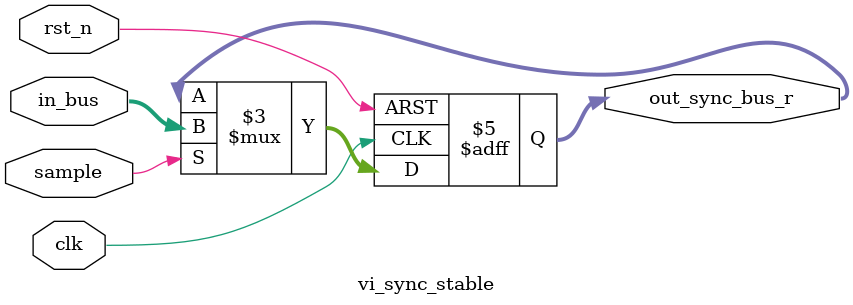
<source format=sv>
/***************************************************************************
* Copyright (c) 2012 Virtual Instruments.
* 25 Metro Dr, STE#400, San Jose, CA 95110
* www.virtualinstruments.com
* $Archive: vi_sync_stable.v$
* $Author: honda.yang $
* $Date: 2013-05-30 10:42:23 -0700 (Thu, 30 May 2013) $
* $Revision: 2395 $
* Description: vi_sync_stable is a one stage pipeline stage synchronizer
*              in_bus input must be stable couples of cycle prior to
*              sample signal
*
*  Parameters:
*  SIZE - Bus width
*
***************************************************************************/

module vi_sync_stable #(

parameter SIZE          = 8,                // Bus Width
parameter ASSERT        = 0 )               // Assertion Check

(

output logic [SIZE-1:0]     out_sync_bus_r,

input                       clk,
input                       rst_n,

input                       sample,         // Data Sample

input  [SIZE-1:0]           in_bus

);

always_ff @( posedge clk or negedge rst_n )
    if ( ~rst_n ) 
        out_sync_bus_r <= {SIZE{1'b0}};
    else if ( sample ) 
        out_sync_bus_r <= in_bus;


// synopsys translate_off

///////////////////////////////////////////////////////////////////////////////
// Assertion
///////////////////////////////////////////////////////////////////////////////
assert_stable_prior_check_one_cycle: assert property ( @( posedge clk )
    ( sample & ASSERT ) |-> ( $past( in_bus ) == $past( in_bus, 2 ) ) );

// synopsys translate_on

endmodule


</source>
